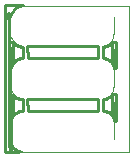
<source format=gko>
G04 Layer: BoardOutlineLayer*
G04 EasyEDA v6.5.22, 2023-02-06 16:08:57*
G04 8d2e17b319e74456838dc2870d65e194,9c64b28349a745268246d024528a85f0,10*
G04 Gerber Generator version 0.2*
G04 Scale: 100 percent, Rotated: No, Reflected: No *
G04 Dimensions in millimeters *
G04 leading zeros omitted , absolute positions ,4 integer and 5 decimal *
%FSLAX45Y45*%
%MOMM*%

%ADD10C,0.0500*%
%ADD11C,0.0510*%
%ADD12C,0.2540*%
D10*
X153504Y-69054D02*
G01*
X747511Y-69054D01*
D11*
X1014597Y722497D02*
G01*
X1014597Y-514499D01*
X-35999Y722497D02*
G01*
X1013998Y722497D01*
X-38999Y722497D02*
G01*
X-38999Y-514499D01*
X-35999Y-514499D02*
G01*
X1014006Y-514474D01*
X885449Y-263174D02*
G01*
X885449Y-409475D01*
D10*
X113017Y-69072D02*
G01*
X113022Y-169062D01*
X153504Y-69054D02*
G01*
X153497Y-169080D01*
D11*
X788007Y-68999D02*
G01*
X787989Y-169080D01*
D10*
X153497Y-169080D02*
G01*
X747511Y-169049D01*
D11*
X747511Y-69054D02*
G01*
X747511Y-169080D01*
X885451Y182328D02*
G01*
X885451Y36029D01*
D10*
X113004Y376974D02*
G01*
X113009Y276989D01*
X153492Y376994D02*
G01*
X153487Y276969D01*
D11*
X787989Y377050D02*
G01*
X787986Y276971D01*
D10*
X153487Y276969D02*
G01*
X747499Y276999D01*
D11*
X747501Y376994D02*
G01*
X747499Y276969D01*
D10*
X153492Y376994D02*
G01*
X747501Y376994D01*
D11*
X885441Y628378D02*
G01*
X885441Y482079D01*
D10*
G75*
G01*
X113005Y376974D02*
G02*
X14900Y455760I-381J99999D01*
G75*
G01*
X885500Y35951D02*
G02*
X787999Y-68999I-99876J-4979D01*
G75*
G01*
X788007Y276449D02*
G02*
X885363Y182319I-2473J-99970D01*
G75*
G01*
X113017Y-69075D02*
G02*
X14912Y9710I-381J99999D01*
G75*
G01*
X15512Y-269555D02*
G02*
X113010Y-169034I99998J552D01*
G75*
G01*
X885490Y482001D02*
G02*
X787989Y377050I-99876J-4979D01*
G75*
G01*
X787997Y-169057D02*
G02*
X885360Y-263187I-2466J-99970D01*
G75*
G01*
X15507Y175951D02*
G02*
X113005Y276469I99998J549D01*
G75*
G01*
X113022Y-514579D02*
G02*
X14917Y-435795I-381J99999D01*
G75*
G01*
X15494Y622000D02*
G02*
X112992Y722518I99998J550D01*
D12*
X152999Y377499D02*
G01*
X153499Y275998D01*
X153499Y275998D02*
G01*
X747499Y277500D01*
X747499Y277500D02*
G01*
X746998Y376499D01*
X746998Y376499D02*
G01*
X152999Y377499D01*
X153012Y-68549D02*
G01*
X153512Y-170050D01*
X153512Y-170050D02*
G01*
X747511Y-168549D01*
X747511Y-168549D02*
G01*
X747008Y-69550D01*
X747008Y-69550D02*
G01*
X153012Y-68549D01*
X866498Y414500D02*
G01*
X885816Y198135D01*
X885816Y198135D02*
G01*
X883998Y204500D01*
X883998Y204500D02*
G01*
X879497Y217500D01*
X879497Y217500D02*
G01*
X872997Y229999D01*
X872997Y229999D02*
G01*
X864499Y241998D01*
X864499Y241998D02*
G01*
X857498Y249499D01*
X857498Y249499D02*
G01*
X850498Y255998D01*
X850498Y255998D02*
G01*
X839998Y263499D01*
X839998Y263499D02*
G01*
X828497Y269999D01*
X828497Y269999D02*
G01*
X818997Y273499D01*
X818997Y273499D02*
G01*
X809998Y275998D01*
X809998Y275998D02*
G01*
X799498Y278000D01*
X799498Y278000D02*
G01*
X795497Y278498D01*
X795497Y278498D02*
G01*
X789998Y278998D01*
X789998Y278998D02*
G01*
X789998Y374500D01*
X789998Y374500D02*
G01*
X799998Y375498D01*
X799998Y375498D02*
G01*
X809998Y377499D01*
X809998Y377499D02*
G01*
X813998Y378498D01*
X813998Y378498D02*
G01*
X819998Y380499D01*
X819998Y380499D02*
G01*
X829998Y384500D01*
X829998Y384500D02*
G01*
X840498Y390499D01*
X840498Y390499D02*
G01*
X850999Y398000D01*
X850999Y398000D02*
G01*
X859497Y405998D01*
X859497Y405998D02*
G01*
X862998Y409999D01*
X862998Y409999D02*
G01*
X866498Y414500D01*
X866498Y414500D02*
G01*
X866498Y414500D01*
X885997Y195498D02*
G01*
X899998Y192999D01*
X899998Y192999D02*
G01*
X899998Y415498D01*
X899998Y415498D02*
G01*
X899497Y415998D01*
X899497Y415998D02*
G01*
X867996Y415998D01*
X867996Y415998D02*
G01*
X865497Y413499D01*
X865497Y413499D02*
G01*
X865497Y245501D01*
X865497Y245501D02*
G01*
X877498Y233499D01*
X877498Y233499D02*
G01*
X877999Y233499D01*
X877999Y233499D02*
G01*
X885997Y195498D01*
X867001Y-31503D02*
G01*
X886320Y-247870D01*
X886320Y-247870D02*
G01*
X884501Y-241503D01*
X884501Y-241503D02*
G01*
X880000Y-228506D01*
X880000Y-228506D02*
G01*
X873500Y-216006D01*
X873500Y-216006D02*
G01*
X865002Y-204005D01*
X865002Y-204005D02*
G01*
X858001Y-196507D01*
X858001Y-196507D02*
G01*
X851001Y-190007D01*
X851001Y-190007D02*
G01*
X840501Y-182504D01*
X840501Y-182504D02*
G01*
X829000Y-176006D01*
X829000Y-176006D02*
G01*
X819500Y-172504D01*
X819500Y-172504D02*
G01*
X810501Y-170004D01*
X810501Y-170004D02*
G01*
X800000Y-168005D01*
X800000Y-168005D02*
G01*
X796000Y-167507D01*
X796000Y-167507D02*
G01*
X790498Y-167004D01*
X790498Y-167004D02*
G01*
X790498Y-71501D01*
X790498Y-71501D02*
G01*
X800501Y-70505D01*
X800501Y-70505D02*
G01*
X810501Y-68506D01*
X810501Y-68506D02*
G01*
X814501Y-67508D01*
X814501Y-67508D02*
G01*
X820501Y-65504D01*
X820501Y-65504D02*
G01*
X830501Y-61506D01*
X830501Y-61506D02*
G01*
X841001Y-55504D01*
X841001Y-55504D02*
G01*
X851501Y-48005D01*
X851501Y-48005D02*
G01*
X860000Y-40004D01*
X860000Y-40004D02*
G01*
X863500Y-36007D01*
X863500Y-36007D02*
G01*
X867001Y-31503D01*
X867001Y-31503D02*
G01*
X867001Y-31503D01*
X885997Y-250499D02*
G01*
X899998Y-252999D01*
X899998Y-252999D02*
G01*
X899998Y-30502D01*
X899998Y-30502D02*
G01*
X899495Y-29999D01*
X899495Y-29999D02*
G01*
X867996Y-29999D01*
X867996Y-29999D02*
G01*
X865504Y-32499D01*
X865504Y-32499D02*
G01*
X865504Y-200497D01*
X865504Y-200497D02*
G01*
X877498Y-212498D01*
X877498Y-212498D02*
G01*
X878001Y-212498D01*
X878001Y-212498D02*
G01*
X885997Y-250499D01*
X33406Y-31816D02*
G01*
X14089Y-248183D01*
X14089Y-248183D02*
G01*
X15001Y-250499D01*
X15001Y-250499D02*
G01*
X17000Y-241000D01*
X17000Y-241000D02*
G01*
X17500Y-238998D01*
X17500Y-238998D02*
G01*
X19999Y-231998D01*
X19999Y-231998D02*
G01*
X21000Y-228998D01*
X21000Y-228998D02*
G01*
X24406Y-222816D01*
X24406Y-222816D02*
G01*
X27906Y-216316D01*
X27906Y-216316D02*
G01*
X31407Y-210317D01*
X31407Y-210317D02*
G01*
X33500Y-207500D01*
X33500Y-207500D02*
G01*
X35999Y-204500D01*
X35999Y-204500D02*
G01*
X38000Y-201998D01*
X38000Y-201998D02*
G01*
X39499Y-200499D01*
X39499Y-200499D02*
G01*
X42905Y-196816D01*
X42905Y-196816D02*
G01*
X49905Y-190317D01*
X49905Y-190317D02*
G01*
X59905Y-182816D01*
X59905Y-182816D02*
G01*
X71409Y-176319D01*
X71409Y-176319D02*
G01*
X80906Y-172816D01*
X80906Y-172816D02*
G01*
X89905Y-170317D01*
X89905Y-170317D02*
G01*
X100406Y-168318D01*
X100406Y-168318D02*
G01*
X104406Y-167820D01*
X104406Y-167820D02*
G01*
X113405Y-167317D01*
X113405Y-167317D02*
G01*
X113906Y-71318D01*
X113906Y-71318D02*
G01*
X99905Y-70817D01*
X99905Y-70817D02*
G01*
X89905Y-68818D01*
X89905Y-68818D02*
G01*
X85905Y-67820D01*
X85905Y-67820D02*
G01*
X79905Y-65816D01*
X79905Y-65816D02*
G01*
X69908Y-61818D01*
X69908Y-61818D02*
G01*
X59405Y-55816D01*
X59405Y-55816D02*
G01*
X48905Y-48318D01*
X48905Y-48318D02*
G01*
X40408Y-40317D01*
X40408Y-40317D02*
G01*
X36906Y-36319D01*
X36906Y-36319D02*
G01*
X33406Y-31816D01*
X33406Y-31816D02*
G01*
X33406Y-31816D01*
X14500Y-251000D02*
G01*
X2Y-253494D01*
X2Y-253494D02*
G01*
X2Y-30998D01*
X2Y-30998D02*
G01*
X507Y-30495D01*
X507Y-30495D02*
G01*
X32004Y-30495D01*
X32004Y-30495D02*
G01*
X34495Y-32994D01*
X34495Y-32994D02*
G01*
X34495Y-200992D01*
X34495Y-200992D02*
G01*
X22501Y-212994D01*
X22501Y-212994D02*
G01*
X21998Y-212994D01*
X21998Y-212994D02*
G01*
X14500Y-251000D01*
X13009Y192496D02*
G01*
X-1488Y190004D01*
X-1488Y190004D02*
G01*
X-1000Y415498D01*
X-1000Y415498D02*
G01*
X30513Y412998D01*
X30513Y412998D02*
G01*
X33002Y410502D01*
X33002Y410502D02*
G01*
X33002Y242506D01*
X33002Y242506D02*
G01*
X21010Y230502D01*
X21010Y230502D02*
G01*
X20507Y230502D01*
X20507Y230502D02*
G01*
X13009Y192496D01*
X16593Y204815D02*
G01*
X14594Y195313D01*
X14594Y195313D02*
G01*
X13682Y197632D01*
X13682Y197632D02*
G01*
X29999Y412998D01*
X29999Y412998D02*
G01*
X31998Y413499D01*
X31998Y413499D02*
G01*
X32999Y412498D01*
X32999Y412498D02*
G01*
X35999Y408998D01*
X35999Y408998D02*
G01*
X39499Y404997D01*
X39499Y404997D02*
G01*
X48498Y396999D01*
X48498Y396999D02*
G01*
X58999Y389498D01*
X58999Y389498D02*
G01*
X69502Y383997D01*
X69502Y383997D02*
G01*
X79499Y379999D01*
X79499Y379999D02*
G01*
X85498Y377995D01*
X85498Y377995D02*
G01*
X89499Y376996D01*
X89499Y376996D02*
G01*
X99499Y374997D01*
X99499Y374997D02*
G01*
X113499Y374495D01*
X113499Y374495D02*
G01*
X112999Y278493D01*
X112999Y278493D02*
G01*
X104000Y277990D01*
X104000Y277990D02*
G01*
X99999Y277497D01*
X99999Y277497D02*
G01*
X89499Y275498D01*
X89499Y275498D02*
G01*
X80500Y272994D01*
X80500Y272994D02*
G01*
X71003Y269494D01*
X71003Y269494D02*
G01*
X59499Y262999D01*
X59499Y262999D02*
G01*
X49499Y255496D01*
X49499Y255496D02*
G01*
X42499Y248996D01*
X42499Y248996D02*
G01*
X37594Y243817D01*
X37594Y243817D02*
G01*
X31000Y235493D01*
X31000Y235493D02*
G01*
X27500Y229496D01*
X27500Y229496D02*
G01*
X20594Y216814D01*
X20594Y216814D02*
G01*
X17091Y206814D01*
X17091Y206814D02*
G01*
X16593Y204815D01*
X16593Y204815D02*
G01*
X16593Y204815D01*
X16499Y649998D02*
G01*
X15488Y646021D01*
X15488Y646021D02*
G01*
X14991Y641522D01*
X14991Y641522D02*
G01*
X9989Y641022D01*
X9989Y641022D02*
G01*
X4490Y640021D01*
X4490Y640021D02*
G01*
X1490Y639020D01*
X1490Y639020D02*
G01*
X-510Y638520D01*
X-510Y638520D02*
G01*
X-4010Y637021D01*
X-4010Y637021D02*
G01*
X-9509Y634022D01*
X-9509Y634022D02*
G01*
X-18011Y628022D01*
X-18011Y628022D02*
G01*
X-24511Y621522D01*
X-24511Y621522D02*
G01*
X-28011Y616521D01*
X-28011Y616521D02*
G01*
X-31010Y611022D01*
X-31010Y611022D02*
G01*
X-34010Y603021D01*
X-34010Y603021D02*
G01*
X-36509Y589020D01*
X-36509Y589020D02*
G01*
X-39009Y589020D01*
X-39009Y589020D02*
G01*
X-40010Y719020D01*
X-40010Y719020D02*
G01*
X-38508Y723521D01*
X-38508Y723521D02*
G01*
X112989Y725020D01*
X112989Y725020D02*
G01*
X106489Y724522D01*
X106489Y724522D02*
G01*
X101490Y724021D01*
X101490Y724021D02*
G01*
X99999Y723999D01*
X99999Y723999D02*
G01*
X97500Y723498D01*
X97500Y723498D02*
G01*
X97000Y723498D01*
X97000Y723498D02*
G01*
X94500Y722998D01*
X94500Y722998D02*
G01*
X92489Y722520D01*
X92489Y722520D02*
G01*
X88488Y721522D01*
X88488Y721522D02*
G01*
X84990Y720521D01*
X84990Y720521D02*
G01*
X80490Y719020D01*
X80490Y719020D02*
G01*
X78000Y717999D01*
X78000Y717999D02*
G01*
X74500Y716498D01*
X74500Y716498D02*
G01*
X70990Y715020D01*
X70990Y715020D02*
G01*
X67990Y713521D01*
X67990Y713521D02*
G01*
X64490Y711522D01*
X64490Y711522D02*
G01*
X61988Y710021D01*
X61988Y710021D02*
G01*
X58988Y708022D01*
X58988Y708022D02*
G01*
X55989Y706020D01*
X55989Y706020D02*
G01*
X53990Y704522D01*
X53990Y704522D02*
G01*
X51490Y702520D01*
X51490Y702520D02*
G01*
X49489Y701022D01*
X49489Y701022D02*
G01*
X45488Y697522D01*
X45488Y697522D02*
G01*
X42405Y694179D01*
X42405Y694179D02*
G01*
X37500Y689000D01*
X37500Y689000D02*
G01*
X30906Y680676D01*
X30906Y680676D02*
G01*
X27406Y674679D01*
X27406Y674679D02*
G01*
X20500Y661997D01*
X20500Y661997D02*
G01*
X16997Y651997D01*
X16997Y651997D02*
G01*
X16499Y649998D01*
X16499Y649998D02*
G01*
X16499Y649998D01*
X-39999Y-514499D02*
G01*
X-38999Y630499D01*
X-38999Y630499D02*
G01*
X0Y656498D01*
X0Y656498D02*
G01*
X9999Y-479501D01*
X9999Y-479501D02*
G01*
X12499Y-513499D01*
X12499Y-513499D02*
G01*
X9499Y-514499D01*
X9499Y-514499D02*
G01*
X-39999Y-514499D01*
X-39999Y-514499D02*
G01*
X-39999Y-514499D01*
X500Y413997D02*
G01*
X54Y414887D01*
X54Y414887D02*
G01*
X-2499Y644499D01*
X-2499Y644499D02*
G01*
X500Y413997D01*
X500Y413997D02*
G01*
X500Y413997D01*
X9499Y-479999D02*
G01*
X9499Y-478998D01*
X9499Y-478998D02*
G01*
X12499Y-479498D01*
X12499Y-479498D02*
G01*
X15400Y-479798D01*
X15400Y-479798D02*
G01*
X18199Y-479798D01*
X18199Y-479798D02*
G01*
X20299Y-479798D01*
X20299Y-479798D02*
G01*
X22999Y-479699D01*
X22999Y-479699D02*
G01*
X25798Y-479297D01*
X25798Y-479297D02*
G01*
X31000Y-478497D01*
X31000Y-478497D02*
G01*
X31998Y-478000D01*
X31998Y-478000D02*
G01*
X32499Y-478198D01*
X32499Y-478198D02*
G01*
X33299Y-479498D01*
X33299Y-479498D02*
G01*
X35001Y-481398D01*
X35001Y-481398D02*
G01*
X37299Y-483999D01*
X37299Y-483999D02*
G01*
X42100Y-488998D01*
X42100Y-488998D02*
G01*
X44500Y-490999D01*
X44500Y-490999D02*
G01*
X48999Y-495000D01*
X48999Y-495000D02*
G01*
X54000Y-498497D01*
X54000Y-498497D02*
G01*
X59999Y-502498D01*
X59999Y-502498D02*
G01*
X66499Y-505998D01*
X66499Y-505998D02*
G01*
X69499Y-507598D01*
X69499Y-507598D02*
G01*
X72798Y-508998D01*
X72798Y-508998D02*
G01*
X74000Y-509600D01*
X74000Y-509600D02*
G01*
X75498Y-510098D01*
X75498Y-510098D02*
G01*
X78000Y-510999D01*
X78000Y-510999D02*
G01*
X81399Y-512198D01*
X81399Y-512198D02*
G01*
X80500Y-515099D01*
X80500Y-515099D02*
G01*
X2301Y-514697D01*
X2301Y-514697D02*
G01*
X899Y-514098D01*
X899Y-514098D02*
G01*
X1000Y-511500D01*
X1000Y-511500D02*
G01*
X1000Y-503499D01*
X1000Y-503499D02*
G01*
X9499Y-479999D01*
X500Y-32001D02*
G01*
X53Y-31109D01*
X53Y-31109D02*
G01*
X-2499Y198501D01*
X-2499Y198501D02*
G01*
X500Y-32001D01*
X500Y-32001D02*
G01*
X500Y-32001D01*
X500Y-477497D02*
G01*
X53Y-476608D01*
X53Y-476608D02*
G01*
X-2499Y-246997D01*
X-2499Y-246997D02*
G01*
X500Y-477497D01*
X500Y-477497D02*
G01*
X500Y-477497D01*

%LPD*%
M02*

</source>
